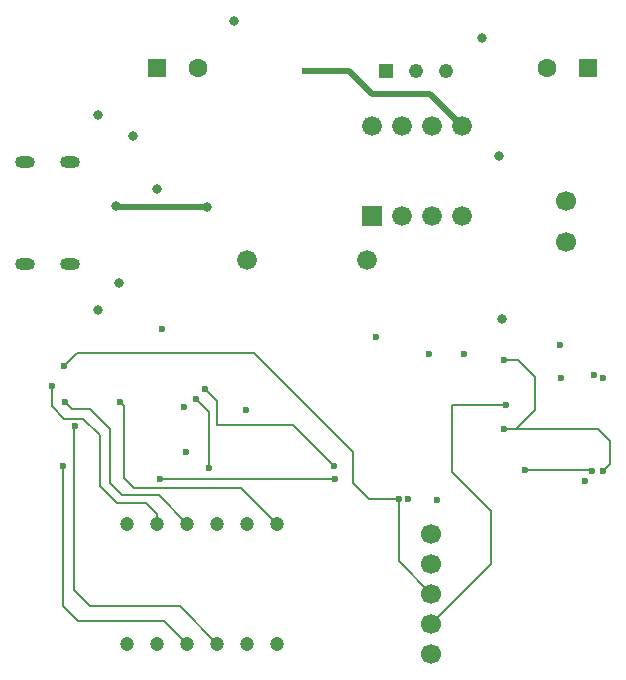
<source format=gbr>
G04 #@! TF.GenerationSoftware,KiCad,Pcbnew,9.0.4*
G04 #@! TF.CreationDate,2025-09-12T18:01:42+08:00*
G04 #@! TF.ProjectId,boost-convertor,626f6f73-742d-4636-9f6e-766572746f72,rev?*
G04 #@! TF.SameCoordinates,Original*
G04 #@! TF.FileFunction,Copper,L4,Bot*
G04 #@! TF.FilePolarity,Positive*
%FSLAX46Y46*%
G04 Gerber Fmt 4.6, Leading zero omitted, Abs format (unit mm)*
G04 Created by KiCad (PCBNEW 9.0.4) date 2025-09-12 18:01:42*
%MOMM*%
%LPD*%
G01*
G04 APERTURE LIST*
G04 #@! TA.AperFunction,WasherPad*
%ADD10O,1.700000X1.000000*%
G04 #@! TD*
G04 #@! TA.AperFunction,ComponentPad*
%ADD11C,1.700000*%
G04 #@! TD*
G04 #@! TA.AperFunction,ComponentPad*
%ADD12C,1.200000*%
G04 #@! TD*
G04 #@! TA.AperFunction,ComponentPad*
%ADD13R,1.676400X1.676400*%
G04 #@! TD*
G04 #@! TA.AperFunction,ComponentPad*
%ADD14C,1.676400*%
G04 #@! TD*
G04 #@! TA.AperFunction,ComponentPad*
%ADD15R,1.600000X1.600000*%
G04 #@! TD*
G04 #@! TA.AperFunction,ComponentPad*
%ADD16C,1.600000*%
G04 #@! TD*
G04 #@! TA.AperFunction,ComponentPad*
%ADD17R,1.218000X1.218000*%
G04 #@! TD*
G04 #@! TA.AperFunction,ComponentPad*
%ADD18C,1.218000*%
G04 #@! TD*
G04 #@! TA.AperFunction,ViaPad*
%ADD19C,0.600000*%
G04 #@! TD*
G04 #@! TA.AperFunction,ViaPad*
%ADD20C,0.800000*%
G04 #@! TD*
G04 #@! TA.AperFunction,Conductor*
%ADD21C,0.200000*%
G04 #@! TD*
G04 #@! TA.AperFunction,Conductor*
%ADD22C,0.500000*%
G04 #@! TD*
G04 APERTURE END LIST*
D10*
X90078900Y-69820032D03*
X93878900Y-69820002D03*
X93878900Y-61179998D03*
X90078900Y-61179968D03*
D11*
X135900000Y-64500000D03*
X135900000Y-68000000D03*
D12*
X111400000Y-102000000D03*
X108860000Y-91840000D03*
X106320000Y-91840000D03*
X98700000Y-91840000D03*
X103780000Y-102000000D03*
X108860000Y-102000000D03*
X103780000Y-91840000D03*
X98700000Y-102000000D03*
X101240000Y-102000000D03*
X106320000Y-102000000D03*
X111400000Y-91840000D03*
X101240000Y-91840000D03*
D13*
X119440000Y-65810000D03*
D14*
X121980000Y-65810000D03*
X124520000Y-65810000D03*
X127060000Y-65810000D03*
X127060000Y-58190000D03*
X124520000Y-58190000D03*
X121980000Y-58190000D03*
X119440000Y-58190000D03*
D15*
X101250000Y-53250000D03*
D16*
X104750000Y-53250000D03*
D11*
X124450000Y-92695000D03*
X124450000Y-95235000D03*
X124450000Y-97775000D03*
X124450000Y-100315000D03*
X124450000Y-102855000D03*
D14*
X108920000Y-69500000D03*
X119080000Y-69500000D03*
D15*
X137750000Y-53250000D03*
D16*
X134250000Y-53250000D03*
D17*
X120670000Y-53500000D03*
D18*
X123210000Y-53500000D03*
X125750000Y-53500000D03*
D19*
X98125000Y-81575000D03*
X93500000Y-81550000D03*
X92375000Y-80225000D03*
X105625000Y-87125000D03*
X104550000Y-81325000D03*
X94300000Y-83550000D03*
X137500000Y-88250000D03*
D20*
X99250000Y-59000000D03*
X130250000Y-60750000D03*
X107750000Y-49250000D03*
D19*
X135400000Y-76750000D03*
X122535598Y-89764402D03*
X119800000Y-76000000D03*
D20*
X98000000Y-71500000D03*
D19*
X101650000Y-75400000D03*
D20*
X130500000Y-74500000D03*
D19*
X135500000Y-79500000D03*
D20*
X96250000Y-57250000D03*
X128750000Y-50750000D03*
D19*
X127250000Y-77500000D03*
D20*
X101250000Y-63500000D03*
D19*
X103525000Y-81950000D03*
X124935598Y-89835598D03*
X139000000Y-79500000D03*
X138250000Y-79250000D03*
X108800000Y-82200000D03*
X124250000Y-77500000D03*
D20*
X96250000Y-73750000D03*
D19*
X130775000Y-81775000D03*
X121710000Y-89750000D03*
X116370000Y-88030000D03*
D20*
X105500000Y-65000000D03*
X97800000Y-64975000D03*
D19*
X113750000Y-53500000D03*
X130600000Y-78000000D03*
X139000000Y-87400000D03*
X130600000Y-83800000D03*
X132400000Y-87300000D03*
X138100000Y-87400000D03*
X105350000Y-80450000D03*
X116225000Y-86950000D03*
X103700000Y-85800000D03*
X101540000Y-88030000D03*
X93370000Y-78500000D03*
X93300000Y-86925000D03*
D21*
X98425000Y-81875000D02*
X98125000Y-81575000D01*
X99300000Y-88850000D02*
X98425000Y-87975000D01*
X101350000Y-88850000D02*
X99300000Y-88850000D01*
X108410000Y-88850000D02*
X101350000Y-88850000D01*
X98425000Y-87975000D02*
X98425000Y-81875000D01*
X111400000Y-91840000D02*
X108410000Y-88850000D01*
X97250000Y-83825000D02*
X95550000Y-82125000D01*
X98275000Y-89450000D02*
X97250000Y-88425000D01*
X97250000Y-88425000D02*
X97250000Y-83825000D01*
X95550000Y-82125000D02*
X94075000Y-82125000D01*
X98425000Y-89450000D02*
X98275000Y-89450000D01*
X101390000Y-89450000D02*
X98425000Y-89450000D01*
X94075000Y-82125000D02*
X93500000Y-81550000D01*
X103780000Y-91840000D02*
X101390000Y-89450000D01*
X101240000Y-91015000D02*
X101240000Y-91840000D01*
X100350000Y-90125000D02*
X101240000Y-91015000D01*
X96425000Y-88650000D02*
X97900000Y-90125000D01*
X97900000Y-90125000D02*
X100350000Y-90125000D01*
X93425000Y-82950000D02*
X95025000Y-82950000D01*
X92375000Y-81900000D02*
X93425000Y-82950000D01*
X95025000Y-82950000D02*
X96425000Y-84350000D01*
X96425000Y-84350000D02*
X96425000Y-88650000D01*
X92375000Y-80225000D02*
X92375000Y-81900000D01*
X105625000Y-82400000D02*
X105625000Y-87125000D01*
X104550000Y-81325000D02*
X105625000Y-82400000D01*
X101855000Y-100075000D02*
X103780000Y-102000000D01*
X94600000Y-100075000D02*
X101855000Y-100075000D01*
X103170000Y-98850000D02*
X106320000Y-102000000D01*
X95600000Y-98850000D02*
X103170000Y-98850000D01*
X94200000Y-97450000D02*
X95600000Y-98850000D01*
X94200000Y-83650000D02*
X94200000Y-97450000D01*
X94300000Y-83550000D02*
X94200000Y-83650000D01*
X93300000Y-98775000D02*
X94600000Y-100075000D01*
X129550000Y-90775000D02*
X129550000Y-95215000D01*
X126200000Y-81775000D02*
X126200000Y-87425000D01*
X126200000Y-87425000D02*
X129550000Y-90775000D01*
X130775000Y-81775000D02*
X126200000Y-81775000D01*
X129550000Y-95215000D02*
X124450000Y-100315000D01*
X94490000Y-77380000D02*
X109480000Y-77380000D01*
X117875000Y-88425000D02*
X119200000Y-89750000D01*
X109480000Y-77380000D02*
X117875000Y-85775000D01*
X121710000Y-89750000D02*
X121710000Y-95035000D01*
X119200000Y-89750000D02*
X121710000Y-89750000D01*
X117875000Y-85775000D02*
X117875000Y-88425000D01*
X121710000Y-95035000D02*
X124450000Y-97775000D01*
D22*
X97800000Y-64975000D02*
X97825000Y-65000000D01*
X97825000Y-65000000D02*
X105500000Y-65000000D01*
X119500000Y-55500000D02*
X124370000Y-55500000D01*
X117500000Y-53500000D02*
X119500000Y-55500000D01*
X124370000Y-55500000D02*
X127060000Y-58190000D01*
X113750000Y-53500000D02*
X117500000Y-53500000D01*
D21*
X130600000Y-83800000D02*
X138600000Y-83800000D01*
X139600000Y-84800000D02*
X139600000Y-86800000D01*
X131800000Y-78000000D02*
X133225000Y-79425000D01*
X133225000Y-82250000D02*
X131675000Y-83800000D01*
X131675000Y-83800000D02*
X130600000Y-83800000D01*
X139600000Y-86800000D02*
X139000000Y-87400000D01*
X138600000Y-83800000D02*
X139600000Y-84800000D01*
X130600000Y-78000000D02*
X131800000Y-78000000D01*
X133225000Y-79425000D02*
X133225000Y-82250000D01*
X132400000Y-87300000D02*
X138050057Y-87300000D01*
X138050057Y-87300000D02*
X138100000Y-87349943D01*
X138100000Y-87349943D02*
X138100000Y-87400000D01*
X106375000Y-81475000D02*
X106375000Y-83475000D01*
X105350000Y-80450000D02*
X106375000Y-81475000D01*
X112750000Y-83475000D02*
X116225000Y-86950000D01*
X106375000Y-83475000D02*
X112750000Y-83475000D01*
X116370000Y-88030000D02*
X101540000Y-88030000D01*
X93370000Y-78500000D02*
X94490000Y-77380000D01*
X93300000Y-86925000D02*
X93300000Y-98775000D01*
M02*

</source>
